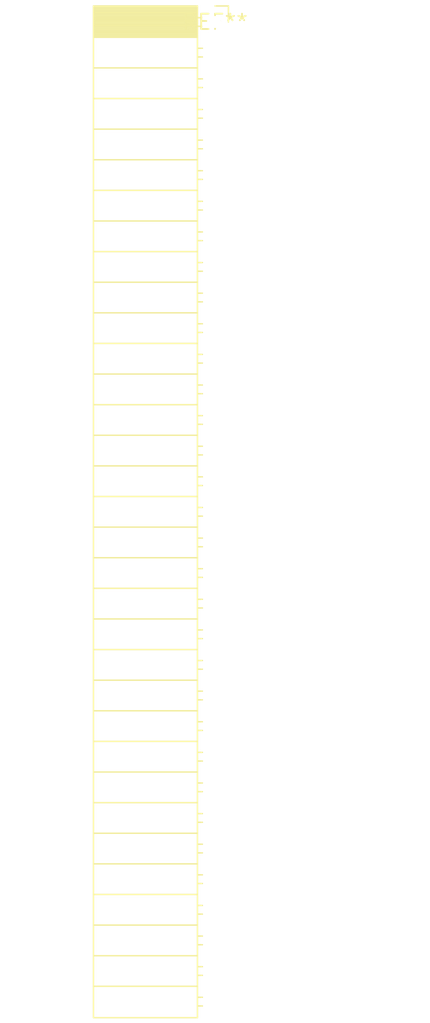
<source format=kicad_pcb>
(kicad_pcb (version 20240108) (generator pcbnew)
  (layers (0 "F.Cu" signal) (31 "B.Cu" signal) (34 "B.Paste" user) (35 "F.Paste" user) (36 "B.SilkS" user "B.Silkscreen") (37 "F.SilkS" user "F.Silkscreen") (38 "B.Mask" user) (39 "F.Mask" user) (44 "Edge.Cuts" user))
  (net 0 "")
  (footprint "PinSocket_1x33_P2.54mm_Horizontal" (layer "F.Cu") (at 0 0)
    (property "Reference" "REF**")
    (property "Value" "PinSocket_1x33_P2.54mm_Horizontal")
    (fp_line (start -10.09 -1.33) (end -10.09 82.61) (layer "F.SilkS") (stroke (width 0.12)))
    (fp_line (start -10.09 -1.33) (end -1.46 -1.33) (layer "F.SilkS") (stroke (width 0.12)))
    (fp_line (start -10.09 -1.21) (end -1.46 -1.21) (layer "F.SilkS") (stroke (width 0.12)))
    (fp_line (start -10.09 -1.091905) (end -1.46 -1.091905) (layer "F.SilkS") (stroke (width 0.12)))
    (fp_line (start -10.09 -0.97381) (end -1.46 -0.97381) (layer "F.SilkS") (stroke (width 0.12)))
    (fp_line (start -10.09 -0.855715) (end -1.46 -0.855715) (layer "F.SilkS") (stroke (width 0.12)))
    (fp_line (start -10.09 -0.73762) (end -1.46 -0.73762) (layer "F.SilkS") (stroke (width 0.12)))
    (fp_line (start -10.09 -0.619525) (end -1.46 -0.619525) (layer "F.SilkS") (stroke (width 0.12)))
    (fp_line (start -10.09 -0.50143) (end -1.46 -0.50143) (layer "F.SilkS") (stroke (width 0.12)))
    (fp_line (start -10.09 -0.383335) (end -1.46 -0.383335) (layer "F.SilkS") (stroke (width 0.12)))
    (fp_line (start -10.09 -0.26524) (end -1.46 -0.26524) (layer "F.SilkS") (stroke (width 0.12)))
    (fp_line (start -10.09 -0.147145) (end -1.46 -0.147145) (layer "F.SilkS") (stroke (width 0.12)))
    (fp_line (start -10.09 -0.02905) (end -1.46 -0.02905) (layer "F.SilkS") (stroke (width 0.12)))
    (fp_line (start -10.09 0.089045) (end -1.46 0.089045) (layer "F.SilkS") (stroke (width 0.12)))
    (fp_line (start -10.09 0.20714) (end -1.46 0.20714) (layer "F.SilkS") (stroke (width 0.12)))
    (fp_line (start -10.09 0.325235) (end -1.46 0.325235) (layer "F.SilkS") (stroke (width 0.12)))
    (fp_line (start -10.09 0.44333) (end -1.46 0.44333) (layer "F.SilkS") (stroke (width 0.12)))
    (fp_line (start -10.09 0.561425) (end -1.46 0.561425) (layer "F.SilkS") (stroke (width 0.12)))
    (fp_line (start -10.09 0.67952) (end -1.46 0.67952) (layer "F.SilkS") (stroke (width 0.12)))
    (fp_line (start -10.09 0.797615) (end -1.46 0.797615) (layer "F.SilkS") (stroke (width 0.12)))
    (fp_line (start -10.09 0.91571) (end -1.46 0.91571) (layer "F.SilkS") (stroke (width 0.12)))
    (fp_line (start -10.09 1.033805) (end -1.46 1.033805) (layer "F.SilkS") (stroke (width 0.12)))
    (fp_line (start -10.09 1.1519) (end -1.46 1.1519) (layer "F.SilkS") (stroke (width 0.12)))
    (fp_line (start -10.09 1.27) (end -1.46 1.27) (layer "F.SilkS") (stroke (width 0.12)))
    (fp_line (start -10.09 3.81) (end -1.46 3.81) (layer "F.SilkS") (stroke (width 0.12)))
    (fp_line (start -10.09 6.35) (end -1.46 6.35) (layer "F.SilkS") (stroke (width 0.12)))
    (fp_line (start -10.09 8.89) (end -1.46 8.89) (layer "F.SilkS") (stroke (width 0.12)))
    (fp_line (start -10.09 11.43) (end -1.46 11.43) (layer "F.SilkS") (stroke (width 0.12)))
    (fp_line (start -10.09 13.97) (end -1.46 13.97) (layer "F.SilkS") (stroke (width 0.12)))
    (fp_line (start -10.09 16.51) (end -1.46 16.51) (layer "F.SilkS") (stroke (width 0.12)))
    (fp_line (start -10.09 19.05) (end -1.46 19.05) (layer "F.SilkS") (stroke (width 0.12)))
    (fp_line (start -10.09 21.59) (end -1.46 21.59) (layer "F.SilkS") (stroke (width 0.12)))
    (fp_line (start -10.09 24.13) (end -1.46 24.13) (layer "F.SilkS") (stroke (width 0.12)))
    (fp_line (start -10.09 26.67) (end -1.46 26.67) (layer "F.SilkS") (stroke (width 0.12)))
    (fp_line (start -10.09 29.21) (end -1.46 29.21) (layer "F.SilkS") (stroke (width 0.12)))
    (fp_line (start -10.09 31.75) (end -1.46 31.75) (layer "F.SilkS") (stroke (width 0.12)))
    (fp_line (start -10.09 34.29) (end -1.46 34.29) (layer "F.SilkS") (stroke (width 0.12)))
    (fp_line (start -10.09 36.83) (end -1.46 36.83) (layer "F.SilkS") (stroke (width 0.12)))
    (fp_line (start -10.09 39.37) (end -1.46 39.37) (layer "F.SilkS") (stroke (width 0.12)))
    (fp_line (start -10.09 41.91) (end -1.46 41.91) (layer "F.SilkS") (stroke (width 0.12)))
    (fp_line (start -10.09 44.45) (end -1.46 44.45) (layer "F.SilkS") (stroke (width 0.12)))
    (fp_line (start -10.09 46.99) (end -1.46 46.99) (layer "F.SilkS") (stroke (width 0.12)))
    (fp_line (start -10.09 49.53) (end -1.46 49.53) (layer "F.SilkS") (stroke (width 0.12)))
    (fp_line (start -10.09 52.07) (end -1.46 52.07) (layer "F.SilkS") (stroke (width 0.12)))
    (fp_line (start -10.09 54.61) (end -1.46 54.61) (layer "F.SilkS") (stroke (width 0.12)))
    (fp_line (start -10.09 57.15) (end -1.46 57.15) (layer "F.SilkS") (stroke (width 0.12)))
    (fp_line (start -10.09 59.69) (end -1.46 59.69) (layer "F.SilkS") (stroke (width 0.12)))
    (fp_line (start -10.09 62.23) (end -1.46 62.23) (layer "F.SilkS") (stroke (width 0.12)))
    (fp_line (start -10.09 64.77) (end -1.46 64.77) (layer "F.SilkS") (stroke (width 0.12)))
    (fp_line (start -10.09 67.31) (end -1.46 67.31) (layer "F.SilkS") (stroke (width 0.12)))
    (fp_line (start -10.09 69.85) (end -1.46 69.85) (layer "F.SilkS") (stroke (width 0.12)))
    (fp_line (start -10.09 72.39) (end -1.46 72.39) (layer "F.SilkS") (stroke (width 0.12)))
    (fp_line (start -10.09 74.93) (end -1.46 74.93) (layer "F.SilkS") (stroke (width 0.12)))
    (fp_line (start -10.09 77.47) (end -1.46 77.47) (layer "F.SilkS") (stroke (width 0.12)))
    (fp_line (start -10.09 80.01) (end -1.46 80.01) (layer "F.SilkS") (stroke (width 0.12)))
    (fp_line (start -10.09 82.61) (end -1.46 82.61) (layer "F.SilkS") (stroke (width 0.12)))
    (fp_line (start -1.46 -1.33) (end -1.46 82.61) (layer "F.SilkS") (stroke (width 0.12)))
    (fp_line (start -1.46 -0.36) (end -1.11 -0.36) (layer "F.SilkS") (stroke (width 0.12)))
    (fp_line (start -1.46 0.36) (end -1.11 0.36) (layer "F.SilkS") (stroke (width 0.12)))
    (fp_line (start -1.46 2.18) (end -1.05 2.18) (layer "F.SilkS") (stroke (width 0.12)))
    (fp_line (start -1.46 2.9) (end -1.05 2.9) (layer "F.SilkS") (stroke (width 0.12)))
    (fp_line (start -1.46 4.72) (end -1.05 4.72) (layer "F.SilkS") (stroke (width 0.12)))
    (fp_line (start -1.46 5.44) (end -1.05 5.44) (layer "F.SilkS") (stroke (width 0.12)))
    (fp_line (start -1.46 7.26) (end -1.05 7.26) (layer "F.SilkS") (stroke (width 0.12)))
    (fp_line (start -1.46 7.98) (end -1.05 7.98) (layer "F.SilkS") (stroke (width 0.12)))
    (fp_line (start -1.46 9.8) (end -1.05 9.8) (layer "F.SilkS") (stroke (width 0.12)))
    (fp_line (start -1.46 10.52) (end -1.05 10.52) (layer "F.SilkS") (stroke (width 0.12)))
    (fp_line (start -1.46 12.34) (end -1.05 12.34) (layer "F.SilkS") (stroke (width 0.12)))
    (fp_line (start -1.46 13.06) (end -1.05 13.06) (layer "F.SilkS") (stroke (width 0.12)))
    (fp_line (start -1.46 14.88) (end -1.05 14.88) (layer "F.SilkS") (stroke (width 0.12)))
    (fp_line (start -1.46 15.6) (end -1.05 15.6) (layer "F.SilkS") (stroke (width 0.12)))
    (fp_line (start -1.46 17.42) (end -1.05 17.42) (layer "F.SilkS") (stroke (width 0.12)))
    (fp_line (start -1.46 18.14) (end -1.05 18.14) (layer "F.SilkS") (stroke (width 0.12)))
    (fp_line (start -1.46 19.96) (end -1.05 19.96) (layer "F.SilkS") (stroke (width 0.12)))
    (fp_line (start -1.46 20.68) (end -1.05 20.68) (layer "F.SilkS") (stroke (width 0.12)))
    (fp_line (start -1.46 22.5) (end -1.05 22.5) (layer "F.SilkS") (stroke (width 0.12)))
    (fp_line (start -1.46 23.22) (end -1.05 23.22) (layer "F.SilkS") (stroke (width 0.12)))
    (fp_line (start -1.46 25.04) (end -1.05 25.04) (layer "F.SilkS") (stroke (width 0.12)))
    (fp_line (start -1.46 25.76) (end -1.05 25.76) (layer "F.SilkS") (stroke (width 0.12)))
    (fp_line (start -1.46 27.58) (end -1.05 27.58) (layer "F.SilkS") (stroke (width 0.12)))
    (fp_line (start -1.46 28.3) (end -1.05 28.3) (layer "F.SilkS") (stroke (width 0.12)))
    (fp_line (start -1.46 30.12) (end -1.05 30.12) (layer "F.SilkS") (stroke (width 0.12)))
    (fp_line (start -1.46 30.84) (end -1.05 30.84) (layer "F.SilkS") (stroke (width 0.12)))
    (fp_line (start -1.46 32.66) (end -1.05 32.66) (layer "F.SilkS") (stroke (width 0.12)))
    (fp_line (start -1.46 33.38) (end -1.05 33.38) (layer "F.SilkS") (stroke (width 0.12)))
    (fp_line (start -1.46 35.2) (end -1.05 35.2) (layer "F.SilkS") (stroke (width 0.12)))
    (fp_line (start -1.46 35.92) (end -1.05 35.92) (layer "F.SilkS") (stroke (width 0.12)))
    (fp_line (start -1.46 37.74) (end -1.05 37.74) (layer "F.SilkS") (stroke (width 0.12)))
    (fp_line (start -1.46 38.46) (end -1.05 38.46) (layer "F.SilkS") (stroke (width 0.12)))
    (fp_line (start -1.46 40.28) (end -1.05 40.28) (layer "F.SilkS") (stroke (width 0.12)))
    (fp_line (start -1.46 41) (end -1.05 41) (layer "F.SilkS") (stroke (width 0.12)))
    (fp_line (start -1.46 42.82) (end -1.05 42.82) (layer "F.SilkS") (stroke (width 0.12)))
    (fp_line (start -1.46 43.54) (end -1.05 43.54) (layer "F.SilkS") (stroke (width 0.12)))
    (fp_line (start -1.46 45.36) (end -1.05 45.36) (layer "F.SilkS") (stroke (width 0.12)))
    (fp_line (start -1.46 46.08) (end -1.05 46.08) (layer "F.SilkS") (stroke (width 0.12)))
    (fp_line (start -1.46 47.9) (end -1.05 47.9) (layer "F.SilkS") (stroke (width 0.12)))
    (fp_line (start -1.46 48.62) (end -1.05 48.62) (layer "F.SilkS") (stroke (width 0.12)))
    (fp_line (start -1.46 50.44) (end -1.05 50.44) (layer "F.SilkS") (stroke (width 0.12)))
    (fp_line (start -1.46 51.16) (end -1.05 51.16) (layer "F.SilkS") (stroke (width 0.12)))
    (fp_line (start -1.46 52.98) (end -1.05 52.98) (layer "F.SilkS") (stroke (width 0.12)))
    (fp_line (start -1.46 53.7) (end -1.05 53.7) (layer "F.SilkS") (stroke (width 0.12)))
    (fp_line (start -1.46 55.52) (end -1.05 55.52) (layer "F.SilkS") (stroke (width 0.12)))
    (fp_line (start -1.46 56.24) (end -1.05 56.24) (layer "F.SilkS") (stroke (width 0.12)))
    (fp_line (start -1.46 58.06) (end -1.05 58.06) (layer "F.SilkS") (stroke (width 0.12)))
    (fp_line (start -1.46 58.78) (end -1.05 58.78) (layer "F.SilkS") (stroke (width 0.12)))
    (fp_line (start -1.46 60.6) (end -1.05 60.6) (layer "F.SilkS") (stroke (width 0.12)))
    (fp_line (start -1.46 61.32) (end -1.05 61.32) (layer "F.SilkS") (stroke (width 0.12)))
    (fp_line (start -1.46 63.14) (end -1.05 63.14) (layer "F.SilkS") (stroke (width 0.12)))
    (fp_line (start -1.46 63.86) (end -1.05 63.86) (layer "F.SilkS") (stroke (width 0.12)))
    (fp_line (start -1.46 65.68) (end -1.05 65.68) (layer "F.SilkS") (stroke (width 0.12)))
    (fp_line (start -1.46 66.4) (end -1.05 66.4) (layer "F.SilkS") (stroke (width 0.12)))
    (fp_line (start -1.46 68.22) (end -1.05 68.22) (layer "F.SilkS") (stroke (width 0.12)))
    (fp_line (start -1.46 68.94) (end -1.05 68.94) (layer "F.SilkS") (stroke (width 0.12)))
    (fp_line (start -1.46 70.76) (end -1.05 70.76) (layer "F.SilkS") (stroke (width 0.12)))
    (fp_line (start -1.46 71.48) (end -1.05 71.48) (layer "F.SilkS") (stroke (width 0.12)))
    (fp_line (start -1.46 73.3) (end -1.05 73.3) (layer "F.SilkS") (stroke (width 0.12)))
    (fp_line (start -1.46 74.02) (end -1.05 74.02) (layer "F.SilkS") (stroke (width 0.12)))
    (fp_line (start -1.46 75.84) (end -1.05 75.84) (layer "F.SilkS") (stroke (width 0.12)))
    (fp_line (start -1.46 76.56) (end -1.05 76.56) (layer "F.SilkS") (stroke (width 0.12)))
    (fp_line (start -1.46 78.38) (end -1.05 78.38) (layer "F.SilkS") (stroke (width 0.12)))
    (fp_line (start -1.46 79.1) (end -1.05 79.1) (layer "F.SilkS") (stroke (width 0.12)))
    (fp_line (start -1.46 80.92) (end -1.05 80.92) (layer "F.SilkS") (stroke (width 0.12)))
    (fp_line (start -1.46 81.64) (end -1.05 81.64) (layer "F.SilkS") (stroke (width 0.12)))
    (fp_line (start 0 -1.33) (end 1.11 -1.33) (layer "F.SilkS") (stroke (width 0.12)))
    (fp_line (start 1.11 -1.33) (end 1.11 0) (layer "F.SilkS") (stroke (width 0.12)))
    (pad "1" thru_hole rect (at 0 0) (size 1.7 1.7) (drill 1) (layers *.Cu *.Mask) (remove_unused_layers))
    (pad "2" thru_hole oval (at 0 2.54) (size 1.7 1.7) (drill 1) (layers *.Cu *.Mask) (remove_unused_layers))
    (pad "3" thru_hole oval (at 0 5.08) (size 1.7 1.7) (drill 1) (layers *.Cu *.Mask) (remove_unused_layers))
    (pad "4" thru_hole oval (at 0 7.62) (size 1.7 1.7) (drill 1) (layers *.Cu *.Mask) (remove_unused_layers))
    (pad "5" thru_hole oval (at 0 10.16) (size 1.7 1.7) (drill 1) (layers *.Cu *.Mask) (remove_unused_layers))
    (pad "6" thru_hole oval (at 0 12.7) (size 1.7 1.7) (drill 1) (layers *.Cu *.Mask) (remove_unused_layers))
    (pad "7" thru_hole oval (at 0 15.24) (size 1.7 1.7) (drill 1) (layers *.Cu *.Mask) (remove_unused_layers))
    (pad "8" thru_hole oval (at 0 17.78) (size 1.7 1.7) (drill 1) (layers *.Cu *.Mask) (remove_unused_layers))
    (pad "9" thru_hole oval (at 0 20.32) (size 1.7 1.7) (drill 1) (layers *.Cu *.Mask) (remove_unused_layers))
    (pad "10" thru_hole oval (at 0 22.86) (size 1.7 1.7) (drill 1) (layers *.Cu *.Mask) (remove_unused_layers))
    (pad "11" thru_hole oval (at 0 25.4) (size 1.7 1.7) (drill 1) (layers *.Cu *.Mask) (remove_unused_layers))
    (pad "12" thru_hole oval (at 0 27.94) (size 1.7 1.7) (drill 1) (layers *.Cu *.Mask) (remove_unused_layers))
    (pad "13" thru_hole oval (at 0 30.48) (size 1.7 1.7) (drill 1) (layers *.Cu *.Mask) (remove_unused_layers))
    (pad "14" thru_hole oval (at 0 33.02) (size 1.7 1.7) (drill 1) (layers *.Cu *.Mask) (remove_unused_layers))
    (pad "15" thru_hole oval (at 0 35.56) (size 1.7 1.7) (drill 1) (layers *.Cu *.Mask) (remove_unused_layers))
    (pad "16" thru_hole oval (at 0 38.1) (size 1.7 1.7) (drill 1) (layers *.Cu *.Mask) (remove_unused_layers))
    (pad "17" thru_hole oval (at 0 40.64) (size 1.7 1.7) (drill 1) (layers *.Cu *.Mask) (remove_unused_layers))
    (pad "18" thru_hole oval (at 0 43.18) (size 1.7 1.7) (drill 1) (layers *.Cu *.Mask) (remove_unused_layers))
    (pad "19" thru_hole oval (at 0 45.72) (size 1.7 1.7) (drill 1) (layers *.Cu *.Mask) (remove_unused_layers))
    (pad "20" thru_hole oval (at 0 48.26) (size 1.7 1.7) (drill 1) (layers *.Cu *.Mask) (remove_unused_layers))
    (pad "21" thru_hole oval (at 0 50.8) (size 1.7 1.7) (drill 1) (layers *.Cu *.Mask) (remove_unused_layers))
    (pad "22" thru_hole oval (at 0 53.34) (size 1.7 1.7) (drill 1) (layers *.Cu *.Mask) (remove_unused_layers))
    (pad "23" thru_hole oval (at 0 55.88) (size 1.7 1.7) (drill 1) (layers *.Cu *.Mask) (remove_unused_layers))
    (pad "24" thru_hole oval (at 0 58.42) (size 1.7 1.7) (drill 1) (layers *.Cu *.Mask) (remove_unused_layers))
    (pad "25" thru_hole oval (at 0 60.96) (size 1.7 1.7) (drill 1) (layers *.Cu *.Mask) (remove_unused_layers))
    (pad "26" thru_hole oval (at 0 63.5) (size 1.7 1.7) (drill 1) (layers *.Cu *.Mask) (remove_unused_layers))
    (pad "27" thru_hole oval (at 0 66.04) (size 1.7 1.7) (drill 1) (layers *.Cu *.Mask) (remove_unused_layers))
    (pad "28" thru_hole oval (at 0 68.58) (size 1.7 1.7) (drill 1) (layers *.Cu *.Mask) (remove_unused_layers))
    (pad "29" thru_hole oval (at 0 71.12) (size 1.7 1.7) (drill 1) (layers *.Cu *.Mask) (remove_unused_layers))
    (pad "30" thru_hole oval (at 0 73.66) (size 1.7 1.7) (drill 1) (layers *.Cu *.Mask) (remove_unused_layers))
    (pad "31" thru_hole oval (at 0 76.2) (size 1.7 1.7) (drill 1) (layers *.Cu *.Mask) (remove_unused_layers))
    (pad "32" thru_hole oval (at 0 78.74) (size 1.7 1.7) (drill 1) (layers *.Cu *.Mask) (remove_unused_layers))
    (pad "33" thru_hole oval (at 0 81.28) (size 1.7 1.7) (drill 1) (layers *.Cu *.Mask) (remove_unused_layers))
  )
)
</source>
